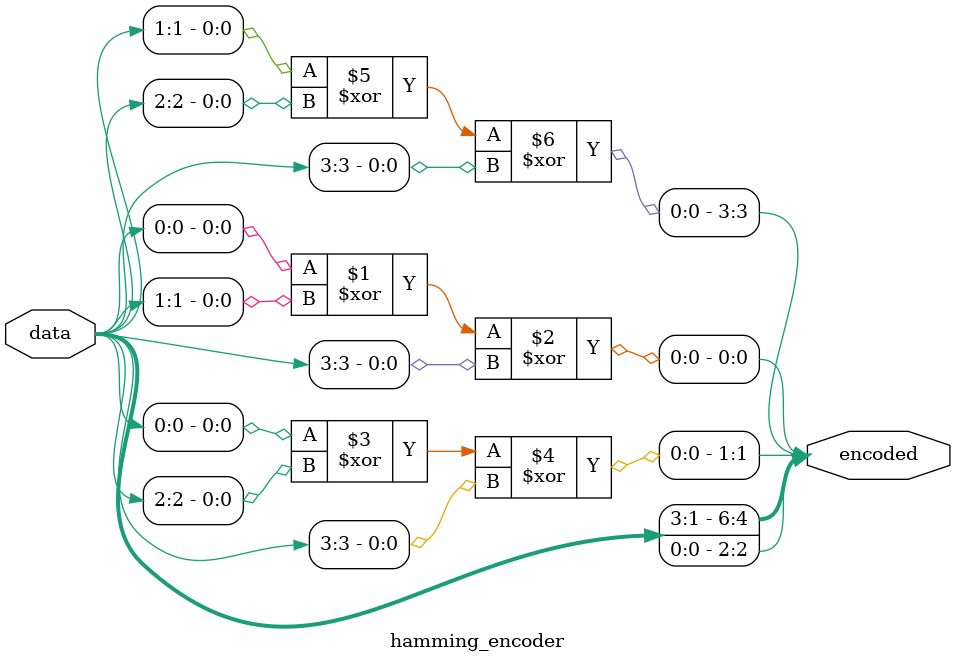
<source format=v>
`timescale 1ns / 1ps

module hamming_encoder(
    input [3:0]data,
    output [6:0] encoded
    );
    
    assign encoded[0]=data[0] ^ data[1] ^ data[3];
    assign encoded[1]=data[0] ^ data[2] ^ data[3];
    assign encoded[2]=data[0];
    assign encoded[3]=data[1] ^ data[2] ^ data[3];
    assign encoded[4]=data[1];
    assign encoded[5]=data[2];
    assign encoded[6]=data[3];
    
endmodule

</source>
